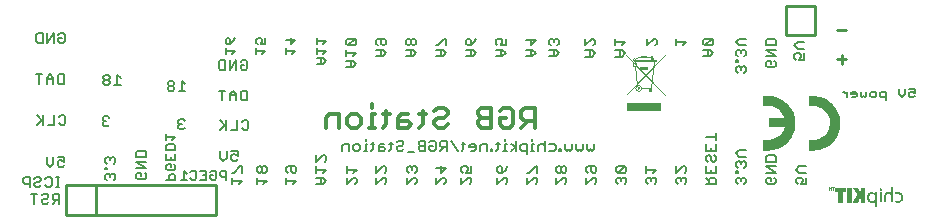
<source format=gbr>
G04 EAGLE Gerber X2 export*
%TF.Part,Single*%
%TF.FileFunction,Legend,Bot,1*%
%TF.FilePolarity,Positive*%
%TF.GenerationSoftware,Autodesk,EAGLE,8.7.0*%
%TF.CreationDate,2018-03-15T02:38:42Z*%
G75*
%MOMM*%
%FSLAX34Y34*%
%LPD*%
%AMOC8*
5,1,8,0,0,1.08239X$1,22.5*%
G01*
%ADD10C,0.177800*%
%ADD11C,0.152400*%
%ADD12C,0.254000*%
%ADD13C,0.304800*%
%ADD14C,0.100000*%
%ADD15R,2.940000X0.740000*%
%ADD16C,0.050800*%

G36*
X734564Y54641D02*
X734564Y54641D01*
X734569Y54640D01*
X736769Y54790D01*
X736774Y54793D01*
X736781Y54791D01*
X738881Y55141D01*
X738885Y55144D01*
X738891Y55144D01*
X740841Y55644D01*
X740845Y55646D01*
X740849Y55646D01*
X742999Y56346D01*
X743006Y56352D01*
X743016Y56353D01*
X745616Y57653D01*
X745620Y57658D01*
X745627Y57659D01*
X748177Y59259D01*
X748183Y59267D01*
X748193Y59271D01*
X750243Y61071D01*
X750246Y61077D01*
X750252Y61080D01*
X751802Y62730D01*
X751804Y62735D01*
X751809Y62738D01*
X752959Y64188D01*
X752960Y64193D01*
X752966Y64197D01*
X754366Y66347D01*
X754367Y66355D01*
X754373Y66360D01*
X755573Y68810D01*
X755574Y68819D01*
X755580Y68826D01*
X756630Y71926D01*
X756629Y71934D01*
X756634Y71942D01*
X757184Y74742D01*
X757182Y74749D01*
X757186Y74757D01*
X757386Y77607D01*
X757384Y77614D01*
X757386Y77621D01*
X757377Y77874D01*
X757372Y78000D01*
X757363Y78252D01*
X757363Y78253D01*
X757353Y78505D01*
X757349Y78631D01*
X757339Y78884D01*
X757335Y79010D01*
X757325Y79262D01*
X757325Y79263D01*
X757321Y79389D01*
X757316Y79515D01*
X757311Y79641D01*
X757302Y79894D01*
X757297Y80020D01*
X757288Y80272D01*
X757288Y80273D01*
X757286Y80321D01*
X757283Y80328D01*
X757284Y80337D01*
X756834Y82987D01*
X756831Y82993D01*
X756831Y83001D01*
X756331Y84751D01*
X756329Y84754D01*
X756329Y84758D01*
X755779Y86308D01*
X755775Y86313D01*
X755774Y86320D01*
X754624Y88770D01*
X754620Y88774D01*
X754619Y88780D01*
X753469Y90730D01*
X753463Y90734D01*
X753461Y90741D01*
X752311Y92291D01*
X752306Y92294D01*
X752304Y92300D01*
X750654Y94150D01*
X750648Y94153D01*
X750645Y94159D01*
X750546Y94249D01*
X750408Y94376D01*
X750270Y94502D01*
X750132Y94628D01*
X750131Y94628D01*
X749993Y94754D01*
X749855Y94881D01*
X749717Y95007D01*
X749578Y95133D01*
X749495Y95209D01*
X749492Y95210D01*
X749490Y95213D01*
X748340Y96163D01*
X748335Y96165D01*
X748332Y96170D01*
X746382Y97520D01*
X746375Y97521D01*
X746370Y97527D01*
X744420Y98577D01*
X744415Y98578D01*
X744412Y98581D01*
X743412Y99031D01*
X743409Y99031D01*
X743407Y99033D01*
X742407Y99433D01*
X742406Y99433D01*
X742406Y99434D01*
X741506Y99784D01*
X741500Y99784D01*
X741495Y99787D01*
X739945Y100237D01*
X739941Y100237D01*
X739936Y100239D01*
X738536Y100539D01*
X738532Y100539D01*
X738528Y100541D01*
X736828Y100791D01*
X736823Y100790D01*
X736818Y100792D01*
X734568Y100942D01*
X734564Y100941D01*
X734560Y100942D01*
X729710Y100942D01*
X729708Y100941D01*
X729706Y100942D01*
X729663Y100922D01*
X729619Y100904D01*
X729619Y100902D01*
X729617Y100901D01*
X729584Y100816D01*
X729584Y92816D01*
X729585Y92814D01*
X729584Y92812D01*
X729604Y92769D01*
X729622Y92725D01*
X729624Y92725D01*
X729625Y92723D01*
X729710Y92690D01*
X734355Y92690D01*
X736293Y92541D01*
X737779Y92243D01*
X739414Y91748D01*
X741247Y90856D01*
X743183Y89566D01*
X744518Y88379D01*
X746403Y86048D01*
X747791Y83221D01*
X748144Y81942D01*
X734760Y81942D01*
X734758Y81941D01*
X734756Y81942D01*
X734713Y81922D01*
X734669Y81904D01*
X734669Y81902D01*
X734667Y81901D01*
X734634Y81816D01*
X734634Y74816D01*
X734635Y74814D01*
X734634Y74812D01*
X734654Y74769D01*
X734672Y74725D01*
X734674Y74725D01*
X734675Y74723D01*
X734760Y74690D01*
X748180Y74690D01*
X747394Y72517D01*
X746651Y71080D01*
X745611Y69495D01*
X743228Y67063D01*
X741546Y65875D01*
X739665Y64984D01*
X737281Y64289D01*
X735894Y64041D01*
X734555Y63942D01*
X729760Y63942D01*
X729758Y63941D01*
X729756Y63942D01*
X729713Y63922D01*
X729669Y63904D01*
X729669Y63902D01*
X729667Y63901D01*
X729634Y63816D01*
X729634Y54766D01*
X729635Y54764D01*
X729634Y54762D01*
X729654Y54719D01*
X729672Y54675D01*
X729674Y54675D01*
X729675Y54673D01*
X729760Y54640D01*
X734560Y54640D01*
X734564Y54641D01*
G37*
G36*
X772715Y54642D02*
X772715Y54642D01*
X772720Y54640D01*
X774620Y54790D01*
X774625Y54793D01*
X774630Y54791D01*
X776480Y55091D01*
X776484Y55094D01*
X776488Y55093D01*
X778438Y55543D01*
X778442Y55546D01*
X778448Y55546D01*
X780048Y56046D01*
X780051Y56048D01*
X780056Y56048D01*
X781206Y56498D01*
X781208Y56500D01*
X781211Y56501D01*
X782561Y57101D01*
X782564Y57104D01*
X782568Y57104D01*
X783818Y57754D01*
X783822Y57759D01*
X783828Y57760D01*
X785378Y58760D01*
X785380Y58762D01*
X785383Y58763D01*
X786583Y59613D01*
X786586Y59618D01*
X786593Y59621D01*
X787743Y60621D01*
X787744Y60623D01*
X787747Y60624D01*
X788647Y61474D01*
X788649Y61478D01*
X788653Y61481D01*
X789803Y62731D01*
X789804Y62733D01*
X789806Y62734D01*
X790656Y63734D01*
X790658Y63741D01*
X790665Y63746D01*
X791465Y64946D01*
X791465Y64947D01*
X791466Y64947D01*
X792316Y66247D01*
X792317Y66253D01*
X792322Y66257D01*
X793222Y67957D01*
X793222Y67963D01*
X793227Y67968D01*
X793777Y69318D01*
X793777Y69322D01*
X793779Y69325D01*
X794279Y70775D01*
X794279Y70779D01*
X794282Y70783D01*
X794832Y72783D01*
X794831Y72787D01*
X794834Y72792D01*
X795134Y74342D01*
X795133Y74347D01*
X795135Y74352D01*
X795335Y76152D01*
X795334Y76157D01*
X795336Y76162D01*
X795386Y77612D01*
X795385Y77616D01*
X795386Y77620D01*
X795336Y79120D01*
X795335Y79123D01*
X795336Y79126D01*
X795286Y79776D01*
X795285Y79777D01*
X795286Y79779D01*
X795186Y80779D01*
X795185Y80781D01*
X795185Y80783D01*
X795035Y81883D01*
X795033Y81887D01*
X795034Y81892D01*
X794684Y83542D01*
X794680Y83547D01*
X794681Y83553D01*
X794281Y84853D01*
X794279Y84855D01*
X794279Y84858D01*
X793929Y85858D01*
X793928Y85859D01*
X793928Y85860D01*
X793578Y86810D01*
X793574Y86814D01*
X793574Y86821D01*
X792974Y88070D01*
X792574Y88920D01*
X792569Y88924D01*
X792568Y88932D01*
X791718Y90332D01*
X791714Y90334D01*
X791713Y90339D01*
X791214Y91038D01*
X790815Y91636D01*
X790813Y91637D01*
X790812Y91640D01*
X790412Y92190D01*
X790407Y92193D01*
X790405Y92199D01*
X789355Y93399D01*
X789353Y93400D01*
X789353Y93402D01*
X788753Y94052D01*
X788749Y94054D01*
X788746Y94058D01*
X788408Y94376D01*
X788004Y94754D01*
X787946Y94808D01*
X787944Y94809D01*
X787942Y94812D01*
X787242Y95412D01*
X787241Y95413D01*
X786291Y96213D01*
X786287Y96214D01*
X786285Y96218D01*
X784985Y97168D01*
X784978Y97170D01*
X784973Y97176D01*
X783223Y98176D01*
X783218Y98176D01*
X783215Y98179D01*
X781165Y99179D01*
X781158Y99180D01*
X781152Y99185D01*
X779002Y99935D01*
X778997Y99935D01*
X778992Y99938D01*
X776892Y100488D01*
X776885Y100487D01*
X776879Y100491D01*
X774879Y100791D01*
X774875Y100790D01*
X774871Y100792D01*
X772621Y100992D01*
X772616Y100990D01*
X772610Y100992D01*
X768710Y100992D01*
X768708Y100991D01*
X768706Y100992D01*
X768663Y100972D01*
X768619Y100954D01*
X768619Y100952D01*
X768617Y100951D01*
X768584Y100866D01*
X768584Y92816D01*
X768585Y92814D01*
X768584Y92812D01*
X768604Y92769D01*
X768622Y92725D01*
X768624Y92725D01*
X768625Y92723D01*
X768710Y92690D01*
X772455Y92690D01*
X773796Y92590D01*
X775087Y92392D01*
X775979Y92194D01*
X776868Y91947D01*
X778852Y91104D01*
X780536Y90063D01*
X781925Y88922D01*
X783065Y87782D01*
X784155Y86395D01*
X784947Y85008D01*
X785692Y83370D01*
X786287Y81586D01*
X786584Y79704D01*
X786593Y79381D01*
X786602Y79002D01*
X786603Y79002D01*
X786634Y77821D01*
X786485Y76385D01*
X786137Y74647D01*
X785642Y73061D01*
X784849Y71328D01*
X783759Y69692D01*
X782569Y68304D01*
X781333Y67166D01*
X779943Y66273D01*
X778500Y65378D01*
X777414Y64884D01*
X775877Y64388D01*
X774488Y64090D01*
X773451Y63942D01*
X768710Y63942D01*
X768708Y63941D01*
X768706Y63942D01*
X768663Y63922D01*
X768619Y63904D01*
X768619Y63902D01*
X768617Y63901D01*
X768584Y63816D01*
X768584Y54766D01*
X768585Y54764D01*
X768584Y54762D01*
X768604Y54719D01*
X768622Y54675D01*
X768624Y54675D01*
X768625Y54673D01*
X768710Y54640D01*
X772710Y54640D01*
X772715Y54642D01*
G37*
G36*
X810235Y10729D02*
X810235Y10729D01*
X810245Y10731D01*
X812951Y16627D01*
X812951Y10752D01*
X812987Y10705D01*
X812994Y10710D01*
X813000Y10703D01*
X816600Y10703D01*
X816647Y10739D01*
X816642Y10746D01*
X816649Y10752D01*
X816649Y22752D01*
X816613Y22799D01*
X816606Y22794D01*
X816600Y22801D01*
X813000Y22801D01*
X812953Y22765D01*
X812958Y22758D01*
X812951Y22752D01*
X812951Y18027D01*
X810042Y22778D01*
X810008Y22791D01*
X810000Y22801D01*
X806100Y22801D01*
X806094Y22796D01*
X806086Y22799D01*
X806082Y22787D01*
X806053Y22765D01*
X806066Y22747D01*
X806058Y22726D01*
X809151Y17738D01*
X809151Y16964D01*
X806056Y10774D01*
X806057Y10769D01*
X806053Y10765D01*
X806059Y10757D01*
X806067Y10716D01*
X806087Y10719D01*
X806100Y10703D01*
X810200Y10703D01*
X810235Y10729D01*
G37*
G36*
X826447Y7239D02*
X826447Y7239D01*
X826442Y7246D01*
X826449Y7252D01*
X826449Y19552D01*
X826413Y19599D01*
X826406Y19594D01*
X826400Y19601D01*
X825000Y19601D01*
X824953Y19565D01*
X824958Y19558D01*
X824951Y19552D01*
X824951Y18201D01*
X824833Y18201D01*
X824595Y18771D01*
X824584Y18778D01*
X824585Y18787D01*
X824185Y19187D01*
X824174Y19188D01*
X824173Y19195D01*
X823423Y19595D01*
X823417Y19594D01*
X823416Y19599D01*
X822816Y19799D01*
X822805Y19795D01*
X822800Y19801D01*
X821200Y19801D01*
X821191Y19794D01*
X821184Y19799D01*
X820584Y19599D01*
X820581Y19594D01*
X820578Y19596D01*
X819778Y19196D01*
X819773Y19186D01*
X819765Y19187D01*
X818965Y18387D01*
X818964Y18375D01*
X818956Y18374D01*
X818556Y17574D01*
X818557Y17569D01*
X818553Y17568D01*
X818153Y16368D01*
X818157Y16357D01*
X818151Y16352D01*
X818151Y14152D01*
X818158Y14143D01*
X818153Y14136D01*
X818553Y12936D01*
X818558Y12933D01*
X818556Y12930D01*
X818956Y12130D01*
X818966Y12125D01*
X818965Y12117D01*
X819765Y11317D01*
X819777Y11316D01*
X819778Y11308D01*
X820171Y11111D01*
X820365Y10917D01*
X820381Y10915D01*
X820384Y10905D01*
X820984Y10705D01*
X820995Y10709D01*
X821000Y10703D01*
X823400Y10703D01*
X823413Y10712D01*
X823422Y10708D01*
X824222Y11108D01*
X824227Y11118D01*
X824235Y11117D01*
X824435Y11317D01*
X824436Y11329D01*
X824444Y11330D01*
X824630Y11703D01*
X824751Y11703D01*
X824751Y7252D01*
X824787Y7205D01*
X824794Y7210D01*
X824800Y7203D01*
X826400Y7203D01*
X826447Y7239D01*
G37*
G36*
X797647Y10739D02*
X797647Y10739D01*
X797642Y10746D01*
X797649Y10752D01*
X797649Y19303D01*
X800200Y19303D01*
X800247Y19339D01*
X800242Y19346D01*
X800249Y19352D01*
X800249Y22752D01*
X800213Y22799D01*
X800206Y22794D01*
X800200Y22801D01*
X791200Y22801D01*
X791153Y22765D01*
X791158Y22758D01*
X791151Y22752D01*
X791151Y19352D01*
X791187Y19305D01*
X791194Y19310D01*
X791200Y19303D01*
X793751Y19303D01*
X793751Y10752D01*
X793787Y10705D01*
X793794Y10710D01*
X793800Y10703D01*
X797600Y10703D01*
X797647Y10739D01*
G37*
G36*
X805047Y10739D02*
X805047Y10739D01*
X805042Y10746D01*
X805049Y10752D01*
X805049Y22752D01*
X805013Y22799D01*
X805006Y22794D01*
X805000Y22801D01*
X801400Y22801D01*
X801353Y22765D01*
X801358Y22758D01*
X801351Y22752D01*
X801351Y10752D01*
X801387Y10705D01*
X801394Y10710D01*
X801400Y10703D01*
X805000Y10703D01*
X805047Y10739D01*
G37*
G36*
X834447Y10939D02*
X834447Y10939D01*
X834442Y10946D01*
X834449Y10952D01*
X834449Y16840D01*
X834643Y17227D01*
X835034Y17814D01*
X835612Y18103D01*
X836992Y18103D01*
X837573Y17909D01*
X838159Y17323D01*
X838551Y16540D01*
X838551Y10952D01*
X838587Y10905D01*
X838594Y10910D01*
X838600Y10903D01*
X840200Y10903D01*
X840247Y10939D01*
X840242Y10946D01*
X840249Y10952D01*
X840249Y23552D01*
X840213Y23599D01*
X840206Y23594D01*
X840200Y23601D01*
X838600Y23601D01*
X838553Y23565D01*
X838558Y23558D01*
X838551Y23552D01*
X838551Y18401D01*
X838525Y18401D01*
X838239Y18782D01*
X838234Y18783D01*
X838235Y18787D01*
X837835Y19187D01*
X837823Y19188D01*
X837822Y19196D01*
X837022Y19596D01*
X837015Y19595D01*
X837014Y19599D01*
X836314Y19799D01*
X836304Y19796D01*
X836300Y19801D01*
X835300Y19801D01*
X835291Y19794D01*
X835284Y19799D01*
X834984Y19699D01*
X834983Y19697D01*
X834982Y19698D01*
X834482Y19498D01*
X834480Y19495D01*
X834478Y19496D01*
X834078Y19296D01*
X834076Y19292D01*
X834073Y19293D01*
X833773Y19093D01*
X833770Y19086D01*
X833765Y19087D01*
X833365Y18687D01*
X833364Y18680D01*
X833359Y18679D01*
X833159Y18379D01*
X833159Y18375D01*
X833156Y18374D01*
X832956Y17974D01*
X832957Y17969D01*
X832953Y17968D01*
X832753Y17368D01*
X832757Y17357D01*
X832751Y17352D01*
X832751Y10952D01*
X832787Y10905D01*
X832794Y10910D01*
X832800Y10903D01*
X834400Y10903D01*
X834447Y10939D01*
G37*
G36*
X845106Y10707D02*
X845106Y10707D01*
X845110Y10704D01*
X846110Y10904D01*
X846118Y10913D01*
X846126Y10910D01*
X847226Y11610D01*
X847229Y11618D01*
X847235Y11617D01*
X847735Y12117D01*
X847736Y12124D01*
X847741Y12125D01*
X848341Y13025D01*
X848340Y13036D01*
X848348Y13039D01*
X848378Y13152D01*
X848392Y13201D01*
X848445Y13398D01*
X848459Y13447D01*
X848472Y13497D01*
X848526Y13694D01*
X848539Y13743D01*
X848540Y13743D01*
X848539Y13743D01*
X848593Y13940D01*
X848607Y13989D01*
X848620Y14038D01*
X848648Y14139D01*
X848644Y14148D01*
X848649Y14152D01*
X848649Y16352D01*
X848642Y16362D01*
X848646Y16369D01*
X848346Y17169D01*
X848340Y17173D01*
X848342Y17178D01*
X847842Y17978D01*
X847841Y17979D01*
X847441Y18579D01*
X847429Y18584D01*
X847429Y18592D01*
X846729Y19092D01*
X846720Y19092D01*
X846718Y19098D01*
X846220Y19297D01*
X845622Y19596D01*
X845615Y19595D01*
X845614Y19599D01*
X844914Y19799D01*
X844904Y19796D01*
X844900Y19801D01*
X843000Y19801D01*
X842993Y19796D01*
X842988Y19800D01*
X842188Y19600D01*
X842183Y19594D01*
X842178Y19596D01*
X841778Y19396D01*
X841760Y19359D01*
X841751Y19352D01*
X841751Y19252D01*
X841756Y19245D01*
X841752Y19240D01*
X842052Y18040D01*
X842099Y18003D01*
X842104Y18009D01*
X842110Y18004D01*
X843105Y18203D01*
X844690Y18203D01*
X845377Y17908D01*
X845969Y17514D01*
X846361Y17122D01*
X846656Y16630D01*
X846951Y15942D01*
X846951Y14462D01*
X846656Y13774D01*
X846360Y13280D01*
X845968Y12791D01*
X845178Y12396D01*
X845177Y12393D01*
X845175Y12394D01*
X844688Y12102D01*
X843206Y12201D01*
X842210Y12400D01*
X842203Y12397D01*
X842200Y12401D01*
X842000Y12401D01*
X841953Y12365D01*
X841955Y12362D01*
X841951Y12360D01*
X841751Y11160D01*
X841779Y11107D01*
X841781Y11108D01*
X841782Y11106D01*
X842282Y10906D01*
X842287Y10908D01*
X842288Y10904D01*
X843088Y10704D01*
X843096Y10708D01*
X843100Y10703D01*
X845100Y10703D01*
X845106Y10707D01*
G37*
%LPC*%
G36*
X821810Y12101D02*
X821810Y12101D01*
X821128Y12394D01*
X820837Y12685D01*
X820445Y13175D01*
X820049Y14559D01*
X820049Y15944D01*
X820445Y17130D01*
X820836Y17718D01*
X821616Y18303D01*
X823185Y18303D01*
X823769Y17914D01*
X823962Y17721D01*
X824751Y16537D01*
X824751Y14060D01*
X824554Y13471D01*
X824259Y12881D01*
X823870Y12492D01*
X823187Y12101D01*
X821810Y12101D01*
G37*
%LPD*%
G36*
X830447Y10939D02*
X830447Y10939D01*
X830442Y10946D01*
X830449Y10952D01*
X830449Y19552D01*
X830413Y19599D01*
X830406Y19594D01*
X830400Y19601D01*
X828800Y19601D01*
X828753Y19565D01*
X828758Y19558D01*
X828751Y19552D01*
X828751Y10952D01*
X828787Y10905D01*
X828794Y10910D01*
X828800Y10903D01*
X830400Y10903D01*
X830447Y10939D01*
G37*
G36*
X829913Y20912D02*
X829913Y20912D01*
X829922Y20908D01*
X830322Y21108D01*
X830329Y21122D01*
X830339Y21122D01*
X830639Y21522D01*
X830639Y21529D01*
X830641Y21530D01*
X830639Y21531D01*
X830639Y21542D01*
X830649Y21548D01*
X830699Y22148D01*
X830691Y22161D01*
X830696Y22169D01*
X830546Y22569D01*
X830530Y22580D01*
X830530Y22591D01*
X830130Y22891D01*
X830123Y22891D01*
X830122Y22896D01*
X829922Y22996D01*
X829906Y22993D01*
X829900Y23001D01*
X829300Y23001D01*
X829284Y22989D01*
X829273Y22993D01*
X828823Y22693D01*
X828817Y22676D01*
X828806Y22674D01*
X828556Y22174D01*
X828559Y22158D01*
X828551Y22152D01*
X828551Y21652D01*
X828560Y21639D01*
X828556Y21630D01*
X828756Y21230D01*
X828770Y21223D01*
X828770Y21213D01*
X829170Y20913D01*
X829192Y20913D01*
X829200Y20903D01*
X829900Y20903D01*
X829913Y20912D01*
G37*
D10*
X714000Y26289D02*
X715398Y27687D01*
X715398Y30484D01*
X714000Y31882D01*
X712602Y31882D01*
X711204Y30484D01*
X711204Y29085D01*
X711204Y30484D02*
X709805Y31882D01*
X708407Y31882D01*
X707009Y30484D01*
X707009Y27687D01*
X708407Y26289D01*
X708407Y35644D02*
X707009Y35644D01*
X708407Y35644D02*
X708407Y37042D01*
X707009Y37042D01*
X707009Y35644D01*
X714000Y40322D02*
X715398Y41720D01*
X715398Y44516D01*
X714000Y45915D01*
X712602Y45915D01*
X711204Y44516D01*
X711204Y43118D01*
X711204Y44516D02*
X709805Y45915D01*
X708407Y45915D01*
X707009Y44516D01*
X707009Y41720D01*
X708407Y40322D01*
X709805Y49677D02*
X715398Y49677D01*
X709805Y49677D02*
X707009Y52473D01*
X709805Y55270D01*
X715398Y55270D01*
X766198Y31882D02*
X766198Y26289D01*
X762004Y26289D01*
X763402Y29085D01*
X763402Y30484D01*
X762004Y31882D01*
X759207Y31882D01*
X757809Y30484D01*
X757809Y27687D01*
X759207Y26289D01*
X760605Y35644D02*
X766198Y35644D01*
X760605Y35644D02*
X757809Y38441D01*
X760605Y41237D01*
X766198Y41237D01*
X740798Y30484D02*
X739400Y31882D01*
X740798Y30484D02*
X740798Y27687D01*
X739400Y26289D01*
X733807Y26289D01*
X732409Y27687D01*
X732409Y30484D01*
X733807Y31882D01*
X736604Y31882D01*
X736604Y29085D01*
X732409Y35644D02*
X740798Y35644D01*
X732409Y41237D01*
X740798Y41237D01*
X740798Y44999D02*
X732409Y44999D01*
X732409Y49194D01*
X733807Y50592D01*
X739400Y50592D01*
X740798Y49194D01*
X740798Y44999D01*
D11*
X357128Y127903D02*
X352044Y127903D01*
X357128Y127903D02*
X359671Y130445D01*
X357128Y132987D01*
X352044Y132987D01*
X355857Y132987D02*
X355857Y127903D01*
X357128Y136323D02*
X359671Y138865D01*
X352044Y138865D01*
X352044Y136323D02*
X352044Y141407D01*
X357128Y144742D02*
X359671Y147284D01*
X352044Y147284D01*
X352044Y144742D02*
X352044Y149827D01*
D10*
X377063Y125223D02*
X382656Y125223D01*
X385452Y128020D01*
X382656Y130816D01*
X377063Y130816D01*
X381258Y130816D02*
X381258Y125223D01*
X382656Y134579D02*
X385452Y137375D01*
X377063Y137375D01*
X377063Y134579D02*
X377063Y140171D01*
X378461Y143934D02*
X384054Y143934D01*
X385452Y145332D01*
X385452Y148128D01*
X384054Y149527D01*
X378461Y149527D01*
X377063Y148128D01*
X377063Y145332D01*
X378461Y143934D01*
X384054Y149527D01*
X134198Y18123D02*
X134198Y9734D01*
X134198Y18123D02*
X130003Y18123D01*
X128605Y16725D01*
X128605Y13929D01*
X130003Y12530D01*
X134198Y12530D01*
X131401Y12530D02*
X128605Y9734D01*
X120648Y18123D02*
X119250Y16725D01*
X120648Y18123D02*
X123444Y18123D01*
X124842Y16725D01*
X124842Y15327D01*
X123444Y13929D01*
X120648Y13929D01*
X119250Y12530D01*
X119250Y11132D01*
X120648Y9734D01*
X123444Y9734D01*
X124842Y11132D01*
X112691Y9734D02*
X112691Y18123D01*
X115487Y18123D02*
X109894Y18123D01*
X180092Y29591D02*
X181490Y30989D01*
X181490Y33786D01*
X180092Y35184D01*
X178694Y35184D01*
X177296Y33786D01*
X177296Y32387D01*
X177296Y33786D02*
X175897Y35184D01*
X174499Y35184D01*
X173101Y33786D01*
X173101Y30989D01*
X174499Y29591D01*
X174499Y38946D02*
X173101Y38946D01*
X174499Y38946D02*
X174499Y40344D01*
X173101Y40344D01*
X173101Y38946D01*
X180092Y43624D02*
X181490Y45022D01*
X181490Y47818D01*
X180092Y49217D01*
X178694Y49217D01*
X177296Y47818D01*
X177296Y46420D01*
X177296Y47818D02*
X175897Y49217D01*
X174499Y49217D01*
X173101Y47818D01*
X173101Y45022D01*
X174499Y43624D01*
X206254Y35946D02*
X207652Y34548D01*
X207652Y31751D01*
X206254Y30353D01*
X200661Y30353D01*
X199263Y31751D01*
X199263Y34548D01*
X200661Y35946D01*
X203458Y35946D01*
X203458Y33149D01*
X199263Y39708D02*
X207652Y39708D01*
X199263Y45301D01*
X207652Y45301D01*
X207652Y49063D02*
X199263Y49063D01*
X199263Y53258D01*
X200661Y54656D01*
X206254Y54656D01*
X207652Y53258D01*
X207652Y49063D01*
X402209Y134579D02*
X407802Y134579D01*
X410598Y137375D01*
X407802Y140171D01*
X402209Y140171D01*
X406404Y140171D02*
X406404Y134579D01*
X403607Y143934D02*
X402209Y145332D01*
X402209Y148128D01*
X403607Y149527D01*
X409200Y149527D01*
X410598Y148128D01*
X410598Y145332D01*
X409200Y143934D01*
X407802Y143934D01*
X406404Y145332D01*
X406404Y149527D01*
X427609Y134579D02*
X433202Y134579D01*
X435998Y137375D01*
X433202Y140171D01*
X427609Y140171D01*
X431804Y140171D02*
X431804Y134579D01*
X434600Y143934D02*
X435998Y145332D01*
X435998Y148128D01*
X434600Y149527D01*
X433202Y149527D01*
X431804Y148128D01*
X430405Y149527D01*
X429007Y149527D01*
X427609Y148128D01*
X427609Y145332D01*
X429007Y143934D01*
X430405Y143934D01*
X431804Y145332D01*
X433202Y143934D01*
X434600Y143934D01*
X431804Y145332D02*
X431804Y148128D01*
X453009Y134579D02*
X458602Y134579D01*
X461398Y137375D01*
X458602Y140171D01*
X453009Y140171D01*
X457204Y140171D02*
X457204Y134579D01*
X461398Y143934D02*
X461398Y149527D01*
X460000Y149527D01*
X454407Y143934D01*
X453009Y143934D01*
X478409Y134579D02*
X484002Y134579D01*
X486798Y137375D01*
X484002Y140171D01*
X478409Y140171D01*
X482604Y140171D02*
X482604Y134579D01*
X485400Y146730D02*
X486798Y149527D01*
X485400Y146730D02*
X482604Y143934D01*
X479807Y143934D01*
X478409Y145332D01*
X478409Y148128D01*
X479807Y149527D01*
X481205Y149527D01*
X482604Y148128D01*
X482604Y143934D01*
X503555Y134579D02*
X509148Y134579D01*
X511944Y137375D01*
X509148Y140171D01*
X503555Y140171D01*
X507750Y140171D02*
X507750Y134579D01*
X511944Y143934D02*
X511944Y149527D01*
X511944Y143934D02*
X507750Y143934D01*
X509148Y146730D01*
X509148Y148128D01*
X507750Y149527D01*
X504953Y149527D01*
X503555Y148128D01*
X503555Y145332D01*
X504953Y143934D01*
X528955Y134579D02*
X534548Y134579D01*
X537344Y137375D01*
X534548Y140171D01*
X528955Y140171D01*
X533150Y140171D02*
X533150Y134579D01*
X528955Y148128D02*
X537344Y148128D01*
X533150Y143934D01*
X533150Y149527D01*
X548767Y134579D02*
X554360Y134579D01*
X557156Y137375D01*
X554360Y140171D01*
X548767Y140171D01*
X552962Y140171D02*
X552962Y134579D01*
X555758Y143934D02*
X557156Y145332D01*
X557156Y148128D01*
X555758Y149527D01*
X554360Y149527D01*
X552962Y148128D01*
X552962Y146730D01*
X552962Y148128D02*
X551563Y149527D01*
X550165Y149527D01*
X548767Y148128D01*
X548767Y145332D01*
X550165Y143934D01*
X579247Y134325D02*
X584840Y134325D01*
X587636Y137121D01*
X584840Y139917D01*
X579247Y139917D01*
X583442Y139917D02*
X583442Y134325D01*
X579247Y143680D02*
X579247Y149273D01*
X579247Y143680D02*
X584840Y149273D01*
X586238Y149273D01*
X587636Y147874D01*
X587636Y145078D01*
X586238Y143680D01*
X604901Y134325D02*
X610494Y134325D01*
X613290Y137121D01*
X610494Y139917D01*
X604901Y139917D01*
X609096Y139917D02*
X609096Y134325D01*
X610494Y143680D02*
X613290Y146476D01*
X604901Y146476D01*
X604901Y143680D02*
X604901Y149273D01*
X679323Y134579D02*
X684916Y134579D01*
X687712Y137375D01*
X684916Y140171D01*
X679323Y140171D01*
X683518Y140171D02*
X683518Y134579D01*
X686314Y143934D02*
X680721Y143934D01*
X686314Y143934D02*
X687712Y145332D01*
X687712Y148128D01*
X686314Y149527D01*
X680721Y149527D01*
X679323Y148128D01*
X679323Y145332D01*
X680721Y143934D01*
X686314Y149527D01*
X288757Y29121D02*
X285961Y26324D01*
X288757Y29121D02*
X280368Y29121D01*
X280368Y31917D02*
X280368Y26324D01*
X288757Y35679D02*
X288757Y41272D01*
X287359Y41272D01*
X281766Y35679D01*
X280368Y35679D01*
X631825Y143934D02*
X631825Y149527D01*
X631825Y143934D02*
X637418Y149527D01*
X638816Y149527D01*
X640214Y148128D01*
X640214Y145332D01*
X638816Y143934D01*
X661802Y143934D02*
X664598Y146730D01*
X656209Y146730D01*
X656209Y143934D02*
X656209Y149527D01*
X714000Y120546D02*
X715398Y121944D01*
X715398Y124740D01*
X714000Y126139D01*
X712602Y126139D01*
X711204Y124740D01*
X711204Y123342D01*
X711204Y124740D02*
X709805Y126139D01*
X708407Y126139D01*
X707009Y124740D01*
X707009Y121944D01*
X708407Y120546D01*
X708407Y129901D02*
X707009Y129901D01*
X708407Y129901D02*
X708407Y131299D01*
X707009Y131299D01*
X707009Y129901D01*
X714000Y134579D02*
X715398Y135977D01*
X715398Y138773D01*
X714000Y140171D01*
X712602Y140171D01*
X711204Y138773D01*
X711204Y137375D01*
X711204Y138773D02*
X709805Y140171D01*
X708407Y140171D01*
X707009Y138773D01*
X707009Y135977D01*
X708407Y134579D01*
X709805Y143934D02*
X715398Y143934D01*
X709805Y143934D02*
X707009Y146730D01*
X709805Y149527D01*
X715398Y149527D01*
X764928Y137123D02*
X764928Y131531D01*
X760734Y131531D01*
X762132Y134327D01*
X762132Y135725D01*
X760734Y137123D01*
X757937Y137123D01*
X756539Y135725D01*
X756539Y132929D01*
X757937Y131531D01*
X759335Y140886D02*
X764928Y140886D01*
X759335Y140886D02*
X756539Y143682D01*
X759335Y146479D01*
X764928Y146479D01*
X740798Y129418D02*
X739400Y130816D01*
X740798Y129418D02*
X740798Y126622D01*
X739400Y125223D01*
X733807Y125223D01*
X732409Y126622D01*
X732409Y129418D01*
X733807Y130816D01*
X736604Y130816D01*
X736604Y128020D01*
X732409Y134579D02*
X740798Y134579D01*
X732409Y140171D01*
X740798Y140171D01*
X740798Y143934D02*
X732409Y143934D01*
X732409Y148128D01*
X733807Y149527D01*
X739400Y149527D01*
X740798Y148128D01*
X740798Y143934D01*
D11*
X586618Y60416D02*
X586618Y56174D01*
X585204Y54760D01*
X583790Y56174D01*
X582376Y54760D01*
X580963Y56174D01*
X580963Y60416D01*
X577410Y60416D02*
X577410Y56174D01*
X575996Y54760D01*
X574582Y56174D01*
X573169Y54760D01*
X571755Y56174D01*
X571755Y60416D01*
X568202Y60416D02*
X568202Y56174D01*
X566788Y54760D01*
X565375Y56174D01*
X563961Y54760D01*
X562547Y56174D01*
X562547Y60416D01*
X558994Y56174D02*
X558994Y54760D01*
X558994Y56174D02*
X557581Y56174D01*
X557581Y54760D01*
X558994Y54760D01*
X552977Y60416D02*
X548735Y60416D01*
X552977Y60416D02*
X554391Y59002D01*
X554391Y56174D01*
X552977Y54760D01*
X548735Y54760D01*
X545183Y54760D02*
X545183Y63243D01*
X543769Y60416D02*
X545183Y59002D01*
X543769Y60416D02*
X540941Y60416D01*
X539527Y59002D01*
X539527Y54760D01*
X535975Y60416D02*
X534561Y60416D01*
X534561Y54760D01*
X535975Y54760D02*
X533147Y54760D01*
X534561Y63243D02*
X534561Y64657D01*
X529836Y60416D02*
X529836Y51932D01*
X529836Y60416D02*
X525595Y60416D01*
X524181Y59002D01*
X524181Y56174D01*
X525595Y54760D01*
X529836Y54760D01*
X520628Y54760D02*
X520628Y63243D01*
X520628Y57588D02*
X516387Y54760D01*
X520628Y57588D02*
X516387Y60416D01*
X512955Y60416D02*
X511541Y60416D01*
X511541Y54760D01*
X510128Y54760D02*
X512955Y54760D01*
X511541Y63243D02*
X511541Y64657D01*
X505403Y61829D02*
X505403Y56174D01*
X503989Y54760D01*
X503989Y60416D02*
X506817Y60416D01*
X500678Y56174D02*
X500678Y54760D01*
X500678Y56174D02*
X499264Y56174D01*
X499264Y54760D01*
X500678Y54760D01*
X496074Y54760D02*
X496074Y60416D01*
X491833Y60416D01*
X490419Y59002D01*
X490419Y54760D01*
X485453Y54760D02*
X482625Y54760D01*
X485453Y54760D02*
X486866Y56174D01*
X486866Y59002D01*
X485453Y60416D01*
X482625Y60416D01*
X481211Y59002D01*
X481211Y57588D01*
X486866Y57588D01*
X476245Y56174D02*
X476245Y61829D01*
X476245Y56174D02*
X474831Y54760D01*
X474831Y60416D02*
X477659Y60416D01*
X471520Y54760D02*
X465864Y63243D01*
X462312Y63243D02*
X462312Y54760D01*
X462312Y63243D02*
X458071Y63243D01*
X456657Y61829D01*
X456657Y59002D01*
X458071Y57588D01*
X462312Y57588D01*
X459484Y57588D02*
X456657Y54760D01*
X448863Y63243D02*
X447449Y61829D01*
X448863Y63243D02*
X451690Y63243D01*
X453104Y61829D01*
X453104Y56174D01*
X451690Y54760D01*
X448863Y54760D01*
X447449Y56174D01*
X447449Y59002D01*
X450277Y59002D01*
X443896Y63243D02*
X443896Y54760D01*
X443896Y63243D02*
X439655Y63243D01*
X438241Y61829D01*
X438241Y60416D01*
X439655Y59002D01*
X438241Y57588D01*
X438241Y56174D01*
X439655Y54760D01*
X443896Y54760D01*
X443896Y59002D02*
X439655Y59002D01*
X434689Y53346D02*
X429033Y53346D01*
X419825Y61829D02*
X421239Y63243D01*
X424067Y63243D01*
X425481Y61829D01*
X425481Y60416D01*
X424067Y59002D01*
X421239Y59002D01*
X419825Y57588D01*
X419825Y56174D01*
X421239Y54760D01*
X424067Y54760D01*
X425481Y56174D01*
X414859Y56174D02*
X414859Y61829D01*
X414859Y56174D02*
X413445Y54760D01*
X413445Y60416D02*
X416273Y60416D01*
X408720Y60416D02*
X405893Y60416D01*
X404479Y59002D01*
X404479Y54760D01*
X408720Y54760D01*
X410134Y56174D01*
X408720Y57588D01*
X404479Y57588D01*
X399513Y56174D02*
X399513Y61829D01*
X399513Y56174D02*
X398099Y54760D01*
X398099Y60416D02*
X400927Y60416D01*
X394788Y60416D02*
X393374Y60416D01*
X393374Y54760D01*
X394788Y54760D02*
X391960Y54760D01*
X393374Y63243D02*
X393374Y64657D01*
X387236Y54760D02*
X384408Y54760D01*
X382994Y56174D01*
X382994Y59002D01*
X384408Y60416D01*
X387236Y60416D01*
X388649Y59002D01*
X388649Y56174D01*
X387236Y54760D01*
X379442Y54760D02*
X379442Y60416D01*
X375200Y60416D01*
X373786Y59002D01*
X373786Y54760D01*
X331220Y136323D02*
X333763Y138865D01*
X326136Y138865D01*
X326136Y136323D02*
X326136Y141407D01*
X326136Y148556D02*
X333763Y148556D01*
X329949Y144742D01*
X329949Y149827D01*
X308337Y138890D02*
X305794Y136348D01*
X308337Y138890D02*
X300710Y138890D01*
X300710Y136348D02*
X300710Y141432D01*
X308337Y144767D02*
X308337Y149852D01*
X308337Y144767D02*
X304523Y144767D01*
X305794Y147309D01*
X305794Y148581D01*
X304523Y149852D01*
X301981Y149852D01*
X300710Y148581D01*
X300710Y146038D01*
X301981Y144767D01*
X282515Y139014D02*
X279973Y136472D01*
X282515Y139014D02*
X274889Y139014D01*
X274889Y136472D02*
X274889Y141556D01*
X281244Y147434D02*
X282515Y149976D01*
X281244Y147434D02*
X278702Y144891D01*
X276160Y144891D01*
X274889Y146162D01*
X274889Y148705D01*
X276160Y149976D01*
X277431Y149976D01*
X278702Y148705D01*
X278702Y144891D01*
D10*
X309760Y29085D02*
X306964Y26289D01*
X309760Y29085D02*
X301371Y29085D01*
X301371Y26289D02*
X301371Y31882D01*
X308362Y35644D02*
X309760Y37042D01*
X309760Y39839D01*
X308362Y41237D01*
X306964Y41237D01*
X305566Y39839D01*
X304167Y41237D01*
X302769Y41237D01*
X301371Y39839D01*
X301371Y37042D01*
X302769Y35644D01*
X304167Y35644D01*
X305566Y37042D01*
X306964Y35644D01*
X308362Y35644D01*
X305566Y37042D02*
X305566Y39839D01*
X331856Y26289D02*
X334652Y29085D01*
X326263Y29085D01*
X326263Y26289D02*
X326263Y31882D01*
X327661Y35644D02*
X326263Y37042D01*
X326263Y39839D01*
X327661Y41237D01*
X333254Y41237D01*
X334652Y39839D01*
X334652Y37042D01*
X333254Y35644D01*
X331856Y35644D01*
X330458Y37042D01*
X330458Y41237D01*
X351663Y26289D02*
X357256Y26289D01*
X360052Y29085D01*
X357256Y31882D01*
X351663Y31882D01*
X355858Y31882D02*
X355858Y26289D01*
X357256Y35644D02*
X360052Y38441D01*
X351663Y38441D01*
X351663Y41237D02*
X351663Y35644D01*
X351663Y44999D02*
X351663Y50592D01*
X351663Y44999D02*
X357256Y50592D01*
X358654Y50592D01*
X360052Y49194D01*
X360052Y46398D01*
X358654Y44999D01*
X377571Y31882D02*
X377571Y26289D01*
X383164Y31882D01*
X384562Y31882D01*
X385960Y30484D01*
X385960Y27687D01*
X384562Y26289D01*
X383164Y35644D02*
X385960Y38441D01*
X377571Y38441D01*
X377571Y41237D02*
X377571Y35644D01*
X402463Y31882D02*
X402463Y26289D01*
X408056Y31882D01*
X409454Y31882D01*
X410852Y30484D01*
X410852Y27687D01*
X409454Y26289D01*
X402463Y35644D02*
X402463Y41237D01*
X402463Y35644D02*
X408056Y41237D01*
X409454Y41237D01*
X410852Y39839D01*
X410852Y37042D01*
X409454Y35644D01*
X428371Y31882D02*
X428371Y26289D01*
X433964Y31882D01*
X435362Y31882D01*
X436760Y30484D01*
X436760Y27687D01*
X435362Y26289D01*
X435362Y35644D02*
X436760Y37042D01*
X436760Y39839D01*
X435362Y41237D01*
X433964Y41237D01*
X432566Y39839D01*
X432566Y38441D01*
X432566Y39839D02*
X431167Y41237D01*
X429769Y41237D01*
X428371Y39839D01*
X428371Y37042D01*
X429769Y35644D01*
X452755Y31882D02*
X452755Y26289D01*
X458348Y31882D01*
X459746Y31882D01*
X461144Y30484D01*
X461144Y27687D01*
X459746Y26289D01*
X461144Y39839D02*
X452755Y39839D01*
X456950Y35644D02*
X461144Y39839D01*
X456950Y41237D02*
X456950Y35644D01*
X474599Y31882D02*
X474599Y26289D01*
X480192Y31882D01*
X481590Y31882D01*
X482988Y30484D01*
X482988Y27687D01*
X481590Y26289D01*
X482988Y35644D02*
X482988Y41237D01*
X482988Y35644D02*
X478794Y35644D01*
X480192Y38441D01*
X480192Y39839D01*
X478794Y41237D01*
X475997Y41237D01*
X474599Y39839D01*
X474599Y37042D01*
X475997Y35644D01*
X505079Y31882D02*
X505079Y26289D01*
X510672Y31882D01*
X512070Y31882D01*
X513468Y30484D01*
X513468Y27687D01*
X512070Y26289D01*
X512070Y38441D02*
X513468Y41237D01*
X512070Y38441D02*
X509274Y35644D01*
X506477Y35644D01*
X505079Y37042D01*
X505079Y39839D01*
X506477Y41237D01*
X507875Y41237D01*
X509274Y39839D01*
X509274Y35644D01*
X530479Y31882D02*
X530479Y26289D01*
X536072Y31882D01*
X537470Y31882D01*
X538868Y30484D01*
X538868Y27687D01*
X537470Y26289D01*
X538868Y35644D02*
X538868Y41237D01*
X537470Y41237D01*
X531877Y35644D01*
X530479Y35644D01*
X554863Y31882D02*
X554863Y26289D01*
X560456Y31882D01*
X561854Y31882D01*
X563252Y30484D01*
X563252Y27687D01*
X561854Y26289D01*
X561854Y35644D02*
X563252Y37042D01*
X563252Y39839D01*
X561854Y41237D01*
X560456Y41237D01*
X559058Y39839D01*
X557659Y41237D01*
X556261Y41237D01*
X554863Y39839D01*
X554863Y37042D01*
X556261Y35644D01*
X557659Y35644D01*
X559058Y37042D01*
X560456Y35644D01*
X561854Y35644D01*
X559058Y37042D02*
X559058Y39839D01*
X580263Y31882D02*
X580263Y26289D01*
X585856Y31882D01*
X587254Y31882D01*
X588652Y30484D01*
X588652Y27687D01*
X587254Y26289D01*
X581661Y35644D02*
X580263Y37042D01*
X580263Y39839D01*
X581661Y41237D01*
X587254Y41237D01*
X588652Y39839D01*
X588652Y37042D01*
X587254Y35644D01*
X585856Y35644D01*
X584458Y37042D01*
X584458Y41237D01*
X612654Y26289D02*
X614052Y27687D01*
X614052Y30484D01*
X612654Y31882D01*
X611256Y31882D01*
X609858Y30484D01*
X609858Y29085D01*
X609858Y30484D02*
X608459Y31882D01*
X607061Y31882D01*
X605663Y30484D01*
X605663Y27687D01*
X607061Y26289D01*
X607061Y35644D02*
X612654Y35644D01*
X614052Y37042D01*
X614052Y39839D01*
X612654Y41237D01*
X607061Y41237D01*
X605663Y39839D01*
X605663Y37042D01*
X607061Y35644D01*
X612654Y41237D01*
X638054Y26289D02*
X639452Y27687D01*
X639452Y30484D01*
X638054Y31882D01*
X636656Y31882D01*
X635258Y30484D01*
X635258Y29085D01*
X635258Y30484D02*
X633859Y31882D01*
X632461Y31882D01*
X631063Y30484D01*
X631063Y27687D01*
X632461Y26289D01*
X636656Y35644D02*
X639452Y38441D01*
X631063Y38441D01*
X631063Y41237D02*
X631063Y35644D01*
X663454Y26289D02*
X664852Y27687D01*
X664852Y30484D01*
X663454Y31882D01*
X662056Y31882D01*
X660658Y30484D01*
X660658Y29085D01*
X660658Y30484D02*
X659259Y31882D01*
X657861Y31882D01*
X656463Y30484D01*
X656463Y27687D01*
X657861Y26289D01*
X656463Y35644D02*
X656463Y41237D01*
X656463Y35644D02*
X662056Y41237D01*
X663454Y41237D01*
X664852Y39839D01*
X664852Y37042D01*
X663454Y35644D01*
D11*
X232163Y29718D02*
X224536Y29718D01*
X232163Y29718D02*
X232163Y33531D01*
X230891Y34802D01*
X228349Y34802D01*
X227078Y33531D01*
X227078Y29718D01*
X232163Y41951D02*
X230891Y43222D01*
X232163Y41951D02*
X232163Y39409D01*
X230891Y38138D01*
X225807Y38138D01*
X224536Y39409D01*
X224536Y41951D01*
X225807Y43222D01*
X228349Y43222D01*
X228349Y40680D01*
X232163Y46557D02*
X232163Y51642D01*
X232163Y46557D02*
X224536Y46557D01*
X224536Y51642D01*
X228349Y49099D02*
X228349Y46557D01*
X232163Y54977D02*
X224536Y54977D01*
X224536Y58790D01*
X225807Y60061D01*
X230891Y60061D01*
X232163Y58790D01*
X232163Y54977D01*
X229620Y63397D02*
X232163Y65939D01*
X224536Y65939D01*
X224536Y63397D02*
X224536Y68481D01*
X275524Y37599D02*
X275524Y29972D01*
X275524Y37599D02*
X271711Y37599D01*
X270440Y36327D01*
X270440Y33785D01*
X271711Y32514D01*
X275524Y32514D01*
X263291Y37599D02*
X262020Y36327D01*
X263291Y37599D02*
X265834Y37599D01*
X267105Y36327D01*
X267105Y31243D01*
X265834Y29972D01*
X263291Y29972D01*
X262020Y31243D01*
X262020Y33785D01*
X264563Y33785D01*
X258685Y37599D02*
X253601Y37599D01*
X258685Y37599D02*
X258685Y29972D01*
X253601Y29972D01*
X256143Y33785D02*
X258685Y33785D01*
X246452Y37599D02*
X245181Y36327D01*
X246452Y37599D02*
X248994Y37599D01*
X250265Y36327D01*
X250265Y31243D01*
X248994Y29972D01*
X246452Y29972D01*
X245181Y31243D01*
X241846Y35056D02*
X239304Y37599D01*
X239304Y29972D01*
X241846Y29972D02*
X236761Y29972D01*
D10*
X681609Y26289D02*
X689998Y26289D01*
X689998Y30484D01*
X688600Y31882D01*
X685804Y31882D01*
X684405Y30484D01*
X684405Y26289D01*
X684405Y29085D02*
X681609Y31882D01*
X689998Y35644D02*
X689998Y41237D01*
X689998Y35644D02*
X681609Y35644D01*
X681609Y41237D01*
X685804Y38441D02*
X685804Y35644D01*
X689998Y49194D02*
X688600Y50592D01*
X689998Y49194D02*
X689998Y46398D01*
X688600Y44999D01*
X687202Y44999D01*
X685804Y46398D01*
X685804Y49194D01*
X684405Y50592D01*
X683007Y50592D01*
X681609Y49194D01*
X681609Y46398D01*
X683007Y44999D01*
X689998Y54355D02*
X689998Y59947D01*
X689998Y54355D02*
X681609Y54355D01*
X681609Y59947D01*
X685804Y57151D02*
X685804Y54355D01*
X681609Y66506D02*
X689998Y66506D01*
X689998Y63710D02*
X689998Y69303D01*
D12*
X139700Y25400D02*
X139700Y0D01*
X139700Y25400D02*
X165100Y25400D01*
X165100Y0D01*
X139700Y0D01*
X165100Y25400D02*
X266700Y25400D01*
X266700Y0D01*
X165100Y0D01*
X749300Y152400D02*
X773684Y152400D01*
X749300Y152400D02*
X749300Y176784D01*
X773684Y176784D01*
X773684Y152400D01*
D10*
X134239Y24003D02*
X131443Y24003D01*
X132841Y24003D02*
X132841Y32392D01*
X134239Y32392D02*
X131443Y32392D01*
X123808Y32392D02*
X122409Y30994D01*
X123808Y32392D02*
X126604Y32392D01*
X128002Y30994D01*
X128002Y25401D01*
X126604Y24003D01*
X123808Y24003D01*
X122409Y25401D01*
X114452Y32392D02*
X113054Y30994D01*
X114452Y32392D02*
X117249Y32392D01*
X118647Y30994D01*
X118647Y29596D01*
X117249Y28198D01*
X114452Y28198D01*
X113054Y26799D01*
X113054Y25401D01*
X114452Y24003D01*
X117249Y24003D01*
X118647Y25401D01*
X109292Y24003D02*
X109292Y32392D01*
X105097Y32392D01*
X103699Y30994D01*
X103699Y28198D01*
X105097Y26799D01*
X109292Y26799D01*
D13*
X536628Y73970D02*
X536628Y90937D01*
X528145Y90937D01*
X525317Y88109D01*
X525317Y82453D01*
X528145Y79626D01*
X536628Y79626D01*
X530973Y79626D02*
X525317Y73970D01*
X509729Y90937D02*
X506901Y88109D01*
X509729Y90937D02*
X515385Y90937D01*
X518212Y88109D01*
X518212Y76798D01*
X515385Y73970D01*
X509729Y73970D01*
X506901Y76798D01*
X506901Y82453D01*
X512557Y82453D01*
X499797Y73970D02*
X499797Y90937D01*
X491313Y90937D01*
X488486Y88109D01*
X488486Y85281D01*
X491313Y82453D01*
X488486Y79626D01*
X488486Y76798D01*
X491313Y73970D01*
X499797Y73970D01*
X499797Y82453D02*
X491313Y82453D01*
X454482Y90937D02*
X451654Y88109D01*
X454482Y90937D02*
X460137Y90937D01*
X462965Y88109D01*
X462965Y85281D01*
X460137Y82453D01*
X454482Y82453D01*
X451654Y79626D01*
X451654Y76798D01*
X454482Y73970D01*
X460137Y73970D01*
X462965Y76798D01*
X441722Y76798D02*
X441722Y88109D01*
X441722Y76798D02*
X438894Y73970D01*
X438894Y85281D02*
X444549Y85281D01*
X429445Y85281D02*
X423789Y85281D01*
X420961Y82453D01*
X420961Y73970D01*
X429445Y73970D01*
X432272Y76798D01*
X429445Y79626D01*
X420961Y79626D01*
X411029Y76798D02*
X411029Y88109D01*
X411029Y76798D02*
X408201Y73970D01*
X408201Y85281D02*
X413857Y85281D01*
X401579Y85281D02*
X398752Y85281D01*
X398752Y73970D01*
X401579Y73970D02*
X395924Y73970D01*
X398752Y90937D02*
X398752Y93764D01*
X386474Y73970D02*
X380819Y73970D01*
X377991Y76798D01*
X377991Y82453D01*
X380819Y85281D01*
X386474Y85281D01*
X389302Y82453D01*
X389302Y76798D01*
X386474Y73970D01*
X370887Y73970D02*
X370887Y85281D01*
X362403Y85281D01*
X359576Y82453D01*
X359576Y73970D01*
D12*
X792734Y132085D02*
X800530Y132085D01*
X796632Y135983D02*
X796632Y128187D01*
X792734Y156977D02*
X800530Y156977D01*
D10*
X853508Y107067D02*
X858253Y107067D01*
X858253Y103508D01*
X855880Y104694D01*
X854694Y104694D01*
X853508Y103508D01*
X853508Y101135D01*
X854694Y99949D01*
X857067Y99949D01*
X858253Y101135D01*
X850067Y102322D02*
X850067Y107067D01*
X850067Y102322D02*
X847695Y99949D01*
X845322Y102322D01*
X845322Y107067D01*
X833696Y104694D02*
X833696Y97576D01*
X833696Y104694D02*
X830137Y104694D01*
X828950Y103508D01*
X828950Y101135D01*
X830137Y99949D01*
X833696Y99949D01*
X824324Y99949D02*
X821951Y99949D01*
X820765Y101135D01*
X820765Y103508D01*
X821951Y104694D01*
X824324Y104694D01*
X825510Y103508D01*
X825510Y101135D01*
X824324Y99949D01*
X817324Y101135D02*
X817324Y104694D01*
X817324Y101135D02*
X816138Y99949D01*
X814951Y101135D01*
X813765Y99949D01*
X812579Y101135D01*
X812579Y104694D01*
X807952Y99949D02*
X805579Y99949D01*
X807952Y99949D02*
X809138Y101135D01*
X809138Y103508D01*
X807952Y104694D01*
X805579Y104694D01*
X804393Y103508D01*
X804393Y102322D01*
X809138Y102322D01*
X800953Y104694D02*
X800953Y99949D01*
X800953Y102322D02*
X798580Y104694D01*
X797394Y104694D01*
X289048Y131452D02*
X287650Y130054D01*
X289048Y131452D02*
X291845Y131452D01*
X293243Y130054D01*
X293243Y124461D01*
X291845Y123063D01*
X289048Y123063D01*
X287650Y124461D01*
X287650Y127258D01*
X290447Y127258D01*
X283888Y123063D02*
X283888Y131452D01*
X278295Y123063D01*
X278295Y131452D01*
X274533Y131452D02*
X274533Y123063D01*
X270338Y123063D01*
X268940Y124461D01*
X268940Y130054D01*
X270338Y131452D01*
X274533Y131452D01*
X293243Y105544D02*
X293243Y97155D01*
X289048Y97155D01*
X287650Y98553D01*
X287650Y104146D01*
X289048Y105544D01*
X293243Y105544D01*
X283888Y102748D02*
X283888Y97155D01*
X283888Y102748D02*
X281091Y105544D01*
X278295Y102748D01*
X278295Y97155D01*
X278295Y101350D02*
X283888Y101350D01*
X271736Y97155D02*
X271736Y105544D01*
X268940Y105544D02*
X274533Y105544D01*
X290064Y80652D02*
X288666Y79254D01*
X290064Y80652D02*
X292861Y80652D01*
X294259Y79254D01*
X294259Y73661D01*
X292861Y72263D01*
X290064Y72263D01*
X288666Y73661D01*
X284904Y72263D02*
X284904Y80652D01*
X284904Y72263D02*
X279311Y72263D01*
X275549Y72263D02*
X275549Y80652D01*
X275549Y75059D02*
X269956Y80652D01*
X274150Y76458D02*
X269956Y72263D01*
X279522Y54236D02*
X285115Y54236D01*
X285115Y50042D01*
X282319Y51440D01*
X280920Y51440D01*
X279522Y50042D01*
X279522Y47245D01*
X280920Y45847D01*
X283717Y45847D01*
X285115Y47245D01*
X275760Y48643D02*
X275760Y54236D01*
X275760Y48643D02*
X272963Y45847D01*
X270167Y48643D01*
X270167Y54236D01*
X134616Y154312D02*
X133218Y152914D01*
X134616Y154312D02*
X137413Y154312D01*
X138811Y152914D01*
X138811Y147321D01*
X137413Y145923D01*
X134616Y145923D01*
X133218Y147321D01*
X133218Y150118D01*
X136015Y150118D01*
X129456Y145923D02*
X129456Y154312D01*
X123863Y145923D01*
X123863Y154312D01*
X120101Y154312D02*
X120101Y145923D01*
X115906Y145923D01*
X114508Y147321D01*
X114508Y152914D01*
X115906Y154312D01*
X120101Y154312D01*
X138303Y119260D02*
X138303Y110871D01*
X134108Y110871D01*
X132710Y112269D01*
X132710Y117862D01*
X134108Y119260D01*
X138303Y119260D01*
X128948Y116464D02*
X128948Y110871D01*
X128948Y116464D02*
X126151Y119260D01*
X123355Y116464D01*
X123355Y110871D01*
X123355Y115066D02*
X128948Y115066D01*
X116796Y110871D02*
X116796Y119260D01*
X114000Y119260D02*
X119593Y119260D01*
X135124Y84716D02*
X133726Y83318D01*
X135124Y84716D02*
X137921Y84716D01*
X139319Y83318D01*
X139319Y77725D01*
X137921Y76327D01*
X135124Y76327D01*
X133726Y77725D01*
X129964Y76327D02*
X129964Y84716D01*
X129964Y76327D02*
X124371Y76327D01*
X120609Y76327D02*
X120609Y84716D01*
X120609Y79123D02*
X115016Y84716D01*
X119210Y80522D02*
X115016Y76327D01*
X132710Y49156D02*
X138303Y49156D01*
X138303Y44962D01*
X135507Y46360D01*
X134108Y46360D01*
X132710Y44962D01*
X132710Y42165D01*
X134108Y40767D01*
X136905Y40767D01*
X138303Y42165D01*
X128948Y43563D02*
X128948Y49156D01*
X128948Y43563D02*
X126151Y40767D01*
X123355Y43563D01*
X123355Y49156D01*
X186055Y115956D02*
X183259Y118752D01*
X183259Y110363D01*
X186055Y110363D02*
X180462Y110363D01*
X176700Y117354D02*
X175302Y118752D01*
X172505Y118752D01*
X171107Y117354D01*
X171107Y115956D01*
X172505Y114558D01*
X171107Y113159D01*
X171107Y111761D01*
X172505Y110363D01*
X175302Y110363D01*
X176700Y111761D01*
X176700Y113159D01*
X175302Y114558D01*
X176700Y115956D01*
X176700Y117354D01*
X175302Y114558D02*
X172505Y114558D01*
X175005Y83700D02*
X176403Y82302D01*
X175005Y83700D02*
X172208Y83700D01*
X170810Y82302D01*
X170810Y80904D01*
X172208Y79506D01*
X173607Y79506D01*
X172208Y79506D02*
X170810Y78107D01*
X170810Y76709D01*
X172208Y75311D01*
X175005Y75311D01*
X176403Y76709D01*
X238123Y113672D02*
X240919Y110876D01*
X238123Y113672D02*
X238123Y105283D01*
X240919Y105283D02*
X235326Y105283D01*
X231564Y112274D02*
X230166Y113672D01*
X227369Y113672D01*
X225971Y112274D01*
X225971Y110876D01*
X227369Y109478D01*
X225971Y108079D01*
X225971Y106681D01*
X227369Y105283D01*
X230166Y105283D01*
X231564Y106681D01*
X231564Y108079D01*
X230166Y109478D01*
X231564Y110876D01*
X231564Y112274D01*
X230166Y109478D02*
X227369Y109478D01*
X239013Y81160D02*
X240411Y79762D01*
X239013Y81160D02*
X236216Y81160D01*
X234818Y79762D01*
X234818Y78364D01*
X236216Y76966D01*
X237615Y76966D01*
X236216Y76966D02*
X234818Y75567D01*
X234818Y74169D01*
X236216Y72771D01*
X239013Y72771D01*
X240411Y74169D01*
D14*
X613672Y135780D02*
X646672Y101780D01*
X614672Y102780D02*
X646672Y135780D01*
X637472Y130580D02*
X635472Y107280D01*
X637472Y130580D02*
X637172Y131880D01*
X636572Y132680D01*
X635772Y133280D01*
X634772Y133680D01*
X633572Y134080D01*
X632672Y134180D01*
X631872Y134280D01*
X631272Y134280D01*
X631272Y133580D01*
X626772Y133580D01*
X626772Y135080D01*
X631172Y135080D01*
X631172Y133880D01*
X626672Y134280D02*
X625472Y134080D01*
X624172Y133780D01*
X623272Y133380D01*
X622572Y132780D01*
X621872Y131880D01*
X621472Y130780D01*
X621472Y128980D01*
X622472Y128980D01*
X622472Y126080D01*
X621772Y126080D01*
X619572Y126080D01*
X619572Y128980D01*
X621472Y128980D01*
X621772Y126080D02*
X623172Y110080D01*
X624072Y110180D01*
X625072Y110080D01*
X626072Y109480D01*
X626372Y108880D01*
X626672Y108180D01*
X626672Y107380D01*
X626272Y106480D01*
X625772Y105880D01*
X625072Y105480D01*
X624172Y105380D01*
X623172Y105580D01*
X622472Y106080D01*
X621972Y106880D01*
X621872Y107780D01*
X621972Y108680D01*
X622372Y109380D01*
X622972Y109780D01*
X634172Y107280D02*
X635472Y107280D01*
X633472Y107280D02*
X626572Y107280D01*
X634972Y107180D02*
X634972Y104780D01*
X633472Y104780D01*
X633472Y107280D01*
X634172Y107280D01*
X634172Y105080D01*
X624172Y108380D02*
X623872Y108280D01*
X623672Y107980D01*
X623672Y107580D01*
X623872Y107280D01*
X624172Y107180D01*
X624472Y107180D01*
X624772Y107380D01*
X624872Y107680D01*
X624872Y107980D01*
X624672Y108280D01*
X624372Y108380D01*
X624272Y107880D01*
X631272Y123380D02*
X631272Y124280D01*
X631272Y123380D02*
X625672Y123380D01*
X625672Y125180D01*
X631272Y125180D01*
X631272Y124280D01*
X626172Y124280D01*
X621472Y131980D02*
X621272Y132380D01*
X620872Y132680D01*
X620372Y132680D01*
X620072Y132580D01*
X619772Y132280D01*
X619672Y131780D01*
X619772Y131380D01*
X619972Y131180D01*
X620472Y130980D01*
X620672Y130980D01*
X621072Y130980D01*
X621172Y131380D01*
X620572Y131780D01*
X620672Y130980D02*
X620672Y130380D01*
X620672Y130980D02*
X639072Y131080D01*
X639072Y130480D01*
X620672Y130380D01*
X635672Y131180D02*
X635672Y134280D01*
X635672Y131180D02*
X634872Y131180D01*
X634872Y134380D01*
X635672Y134380D01*
D15*
X629272Y91380D03*
D16*
X789015Y23650D02*
X789015Y21156D01*
X789846Y23650D02*
X788183Y23650D01*
X787084Y23650D02*
X787084Y21156D01*
X786252Y22819D02*
X787084Y23650D01*
X786252Y22819D02*
X785421Y23650D01*
X785421Y21156D01*
M02*

</source>
